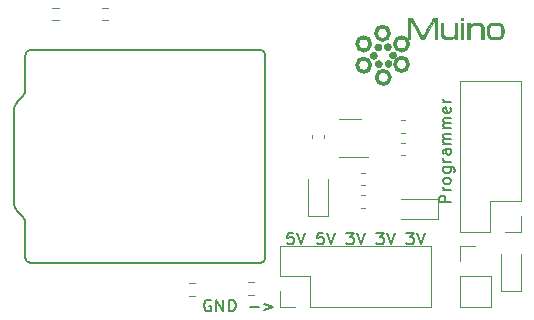
<source format=gbr>
%TF.GenerationSoftware,KiCad,Pcbnew,(5.1.10)-1*%
%TF.CreationDate,2021-11-13T20:10:17+01:00*%
%TF.ProjectId,Muino_debugger,4d75696e-6f5f-4646-9562-75676765722e,rev?*%
%TF.SameCoordinates,Original*%
%TF.FileFunction,Legend,Top*%
%TF.FilePolarity,Positive*%
%FSLAX46Y46*%
G04 Gerber Fmt 4.6, Leading zero omitted, Abs format (unit mm)*
G04 Created by KiCad (PCBNEW (5.1.10)-1) date 2021-11-13 20:10:17*
%MOMM*%
%LPD*%
G01*
G04 APERTURE LIST*
%ADD10C,0.300000*%
%ADD11C,0.150000*%
%ADD12C,0.120000*%
%ADD13C,0.010000*%
%ADD14C,0.200000*%
G04 APERTURE END LIST*
D10*
X120031370Y-65400000D02*
G75*
G03*
X120031370Y-65400000I-565685J0D01*
G01*
X120031370Y-67134315D02*
G75*
G03*
X120031370Y-67134315I-565685J0D01*
G01*
X118485685Y-68234315D02*
G75*
G03*
X118485685Y-68234315I-565685J0D01*
G01*
X116831370Y-67200000D02*
G75*
G03*
X116831370Y-67200000I-565685J0D01*
G01*
X116831370Y-65400000D02*
G75*
G03*
X116831370Y-65400000I-565685J0D01*
G01*
X118425685Y-64494315D02*
G75*
G03*
X118425685Y-64494315I-565685J0D01*
G01*
D11*
X123642380Y-78804642D02*
X122642380Y-78804642D01*
X122642380Y-78423690D01*
X122690000Y-78328452D01*
X122737619Y-78280833D01*
X122832857Y-78233214D01*
X122975714Y-78233214D01*
X123070952Y-78280833D01*
X123118571Y-78328452D01*
X123166190Y-78423690D01*
X123166190Y-78804642D01*
X123642380Y-77804642D02*
X122975714Y-77804642D01*
X123166190Y-77804642D02*
X123070952Y-77757023D01*
X123023333Y-77709404D01*
X122975714Y-77614166D01*
X122975714Y-77518928D01*
X123642380Y-77042738D02*
X123594761Y-77137976D01*
X123547142Y-77185595D01*
X123451904Y-77233214D01*
X123166190Y-77233214D01*
X123070952Y-77185595D01*
X123023333Y-77137976D01*
X122975714Y-77042738D01*
X122975714Y-76899880D01*
X123023333Y-76804642D01*
X123070952Y-76757023D01*
X123166190Y-76709404D01*
X123451904Y-76709404D01*
X123547142Y-76757023D01*
X123594761Y-76804642D01*
X123642380Y-76899880D01*
X123642380Y-77042738D01*
X122975714Y-75852261D02*
X123785238Y-75852261D01*
X123880476Y-75899880D01*
X123928095Y-75947500D01*
X123975714Y-76042738D01*
X123975714Y-76185595D01*
X123928095Y-76280833D01*
X123594761Y-75852261D02*
X123642380Y-75947500D01*
X123642380Y-76137976D01*
X123594761Y-76233214D01*
X123547142Y-76280833D01*
X123451904Y-76328452D01*
X123166190Y-76328452D01*
X123070952Y-76280833D01*
X123023333Y-76233214D01*
X122975714Y-76137976D01*
X122975714Y-75947500D01*
X123023333Y-75852261D01*
X123642380Y-75376071D02*
X122975714Y-75376071D01*
X123166190Y-75376071D02*
X123070952Y-75328452D01*
X123023333Y-75280833D01*
X122975714Y-75185595D01*
X122975714Y-75090357D01*
X123642380Y-74328452D02*
X123118571Y-74328452D01*
X123023333Y-74376071D01*
X122975714Y-74471309D01*
X122975714Y-74661785D01*
X123023333Y-74757023D01*
X123594761Y-74328452D02*
X123642380Y-74423690D01*
X123642380Y-74661785D01*
X123594761Y-74757023D01*
X123499523Y-74804642D01*
X123404285Y-74804642D01*
X123309047Y-74757023D01*
X123261428Y-74661785D01*
X123261428Y-74423690D01*
X123213809Y-74328452D01*
X123642380Y-73852261D02*
X122975714Y-73852261D01*
X123070952Y-73852261D02*
X123023333Y-73804642D01*
X122975714Y-73709404D01*
X122975714Y-73566547D01*
X123023333Y-73471309D01*
X123118571Y-73423690D01*
X123642380Y-73423690D01*
X123118571Y-73423690D02*
X123023333Y-73376071D01*
X122975714Y-73280833D01*
X122975714Y-73137976D01*
X123023333Y-73042738D01*
X123118571Y-72995119D01*
X123642380Y-72995119D01*
X123642380Y-72518928D02*
X122975714Y-72518928D01*
X123070952Y-72518928D02*
X123023333Y-72471309D01*
X122975714Y-72376071D01*
X122975714Y-72233214D01*
X123023333Y-72137976D01*
X123118571Y-72090357D01*
X123642380Y-72090357D01*
X123118571Y-72090357D02*
X123023333Y-72042738D01*
X122975714Y-71947500D01*
X122975714Y-71804642D01*
X123023333Y-71709404D01*
X123118571Y-71661785D01*
X123642380Y-71661785D01*
X123594761Y-70804642D02*
X123642380Y-70899880D01*
X123642380Y-71090357D01*
X123594761Y-71185595D01*
X123499523Y-71233214D01*
X123118571Y-71233214D01*
X123023333Y-71185595D01*
X122975714Y-71090357D01*
X122975714Y-70899880D01*
X123023333Y-70804642D01*
X123118571Y-70757023D01*
X123213809Y-70757023D01*
X123309047Y-71233214D01*
X123642380Y-70328452D02*
X122975714Y-70328452D01*
X123166190Y-70328452D02*
X123070952Y-70280833D01*
X123023333Y-70233214D01*
X122975714Y-70137976D01*
X122975714Y-70042738D01*
X103319047Y-87100000D02*
X103223809Y-87052380D01*
X103080952Y-87052380D01*
X102938095Y-87100000D01*
X102842857Y-87195238D01*
X102795238Y-87290476D01*
X102747619Y-87480952D01*
X102747619Y-87623809D01*
X102795238Y-87814285D01*
X102842857Y-87909523D01*
X102938095Y-88004761D01*
X103080952Y-88052380D01*
X103176190Y-88052380D01*
X103319047Y-88004761D01*
X103366666Y-87957142D01*
X103366666Y-87623809D01*
X103176190Y-87623809D01*
X103795238Y-88052380D02*
X103795238Y-87052380D01*
X104366666Y-88052380D01*
X104366666Y-87052380D01*
X104842857Y-88052380D02*
X104842857Y-87052380D01*
X105080952Y-87052380D01*
X105223809Y-87100000D01*
X105319047Y-87195238D01*
X105366666Y-87290476D01*
X105414285Y-87480952D01*
X105414285Y-87623809D01*
X105366666Y-87814285D01*
X105319047Y-87909523D01*
X105223809Y-88004761D01*
X105080952Y-88052380D01*
X104842857Y-88052380D01*
X106604761Y-87671428D02*
X107366666Y-87671428D01*
X107842857Y-87385714D02*
X108604761Y-87671428D01*
X107842857Y-87957142D01*
X119888095Y-81367380D02*
X120507142Y-81367380D01*
X120173809Y-81748333D01*
X120316666Y-81748333D01*
X120411904Y-81795952D01*
X120459523Y-81843571D01*
X120507142Y-81938809D01*
X120507142Y-82176904D01*
X120459523Y-82272142D01*
X120411904Y-82319761D01*
X120316666Y-82367380D01*
X120030952Y-82367380D01*
X119935714Y-82319761D01*
X119888095Y-82272142D01*
X120792857Y-81367380D02*
X121126190Y-82367380D01*
X121459523Y-81367380D01*
X117348095Y-81367380D02*
X117967142Y-81367380D01*
X117633809Y-81748333D01*
X117776666Y-81748333D01*
X117871904Y-81795952D01*
X117919523Y-81843571D01*
X117967142Y-81938809D01*
X117967142Y-82176904D01*
X117919523Y-82272142D01*
X117871904Y-82319761D01*
X117776666Y-82367380D01*
X117490952Y-82367380D01*
X117395714Y-82319761D01*
X117348095Y-82272142D01*
X118252857Y-81367380D02*
X118586190Y-82367380D01*
X118919523Y-81367380D01*
X114808095Y-81367380D02*
X115427142Y-81367380D01*
X115093809Y-81748333D01*
X115236666Y-81748333D01*
X115331904Y-81795952D01*
X115379523Y-81843571D01*
X115427142Y-81938809D01*
X115427142Y-82176904D01*
X115379523Y-82272142D01*
X115331904Y-82319761D01*
X115236666Y-82367380D01*
X114950952Y-82367380D01*
X114855714Y-82319761D01*
X114808095Y-82272142D01*
X115712857Y-81367380D02*
X116046190Y-82367380D01*
X116379523Y-81367380D01*
X112839523Y-81367380D02*
X112363333Y-81367380D01*
X112315714Y-81843571D01*
X112363333Y-81795952D01*
X112458571Y-81748333D01*
X112696666Y-81748333D01*
X112791904Y-81795952D01*
X112839523Y-81843571D01*
X112887142Y-81938809D01*
X112887142Y-82176904D01*
X112839523Y-82272142D01*
X112791904Y-82319761D01*
X112696666Y-82367380D01*
X112458571Y-82367380D01*
X112363333Y-82319761D01*
X112315714Y-82272142D01*
X113172857Y-81367380D02*
X113506190Y-82367380D01*
X113839523Y-81367380D01*
X110299523Y-81367380D02*
X109823333Y-81367380D01*
X109775714Y-81843571D01*
X109823333Y-81795952D01*
X109918571Y-81748333D01*
X110156666Y-81748333D01*
X110251904Y-81795952D01*
X110299523Y-81843571D01*
X110347142Y-81938809D01*
X110347142Y-82176904D01*
X110299523Y-82272142D01*
X110251904Y-82319761D01*
X110156666Y-82367380D01*
X109918571Y-82367380D01*
X109823333Y-82319761D01*
X109775714Y-82272142D01*
X110632857Y-81367380D02*
X110966190Y-82367380D01*
X111299523Y-81367380D01*
D12*
%TO.C,J3*%
X124400000Y-87690000D02*
X127060000Y-87690000D01*
X124400000Y-85090000D02*
X124400000Y-87690000D01*
X127060000Y-85090000D02*
X127060000Y-87690000D01*
X124400000Y-85090000D02*
X127060000Y-85090000D01*
X124400000Y-83820000D02*
X124400000Y-82490000D01*
X124400000Y-82490000D02*
X125730000Y-82490000D01*
D13*
%TO.C,G1*%
G36*
X117575686Y-66801964D02*
G01*
X117635295Y-66823167D01*
X117686553Y-66855953D01*
X117728568Y-66898310D01*
X117760446Y-66948225D01*
X117781295Y-67003685D01*
X117790222Y-67062678D01*
X117786332Y-67123190D01*
X117768734Y-67183209D01*
X117736534Y-67240722D01*
X117717379Y-67264864D01*
X117671257Y-67305746D01*
X117615924Y-67335794D01*
X117555322Y-67353866D01*
X117493390Y-67358820D01*
X117434068Y-67349515D01*
X117429817Y-67348205D01*
X117365884Y-67319499D01*
X117311258Y-67278054D01*
X117268268Y-67225803D01*
X117255614Y-67203800D01*
X117232300Y-67141690D01*
X117224463Y-67079004D01*
X117230849Y-67017769D01*
X117250204Y-66960018D01*
X117281273Y-66907779D01*
X117322802Y-66863081D01*
X117373537Y-66827956D01*
X117432224Y-66804432D01*
X117497609Y-66794540D01*
X117508620Y-66794358D01*
X117575686Y-66801964D01*
G37*
X117575686Y-66801964D02*
X117635295Y-66823167D01*
X117686553Y-66855953D01*
X117728568Y-66898310D01*
X117760446Y-66948225D01*
X117781295Y-67003685D01*
X117790222Y-67062678D01*
X117786332Y-67123190D01*
X117768734Y-67183209D01*
X117736534Y-67240722D01*
X117717379Y-67264864D01*
X117671257Y-67305746D01*
X117615924Y-67335794D01*
X117555322Y-67353866D01*
X117493390Y-67358820D01*
X117434068Y-67349515D01*
X117429817Y-67348205D01*
X117365884Y-67319499D01*
X117311258Y-67278054D01*
X117268268Y-67225803D01*
X117255614Y-67203800D01*
X117232300Y-67141690D01*
X117224463Y-67079004D01*
X117230849Y-67017769D01*
X117250204Y-66960018D01*
X117281273Y-66907779D01*
X117322802Y-66863081D01*
X117373537Y-66827956D01*
X117432224Y-66804432D01*
X117497609Y-66794540D01*
X117508620Y-66794358D01*
X117575686Y-66801964D01*
G36*
X118424319Y-66776341D02*
G01*
X118484458Y-66803421D01*
X118535421Y-66842537D01*
X118575496Y-66892000D01*
X118602975Y-66950122D01*
X118616145Y-67015216D01*
X118616443Y-67019305D01*
X118613281Y-67089768D01*
X118595020Y-67154183D01*
X118562849Y-67210886D01*
X118517957Y-67258212D01*
X118461534Y-67294494D01*
X118404858Y-67315551D01*
X118363510Y-67324401D01*
X118327438Y-67326057D01*
X118288633Y-67320435D01*
X118262734Y-67314080D01*
X118199734Y-67289115D01*
X118146328Y-67251780D01*
X118103760Y-67204272D01*
X118073275Y-67148792D01*
X118056118Y-67087536D01*
X118053534Y-67022705D01*
X118064481Y-66963837D01*
X118091599Y-66899962D01*
X118130901Y-66846712D01*
X118180573Y-66805332D01*
X118238804Y-66777068D01*
X118303780Y-66763165D01*
X118356714Y-66762983D01*
X118424319Y-66776341D01*
G37*
X118424319Y-66776341D02*
X118484458Y-66803421D01*
X118535421Y-66842537D01*
X118575496Y-66892000D01*
X118602975Y-66950122D01*
X118616145Y-67015216D01*
X118616443Y-67019305D01*
X118613281Y-67089768D01*
X118595020Y-67154183D01*
X118562849Y-67210886D01*
X118517957Y-67258212D01*
X118461534Y-67294494D01*
X118404858Y-67315551D01*
X118363510Y-67324401D01*
X118327438Y-67326057D01*
X118288633Y-67320435D01*
X118262734Y-67314080D01*
X118199734Y-67289115D01*
X118146328Y-67251780D01*
X118103760Y-67204272D01*
X118073275Y-67148792D01*
X118056118Y-67087536D01*
X118053534Y-67022705D01*
X118064481Y-66963837D01*
X118091599Y-66899962D01*
X118130901Y-66846712D01*
X118180573Y-66805332D01*
X118238804Y-66777068D01*
X118303780Y-66763165D01*
X118356714Y-66762983D01*
X118424319Y-66776341D01*
G36*
X117108737Y-66096306D02*
G01*
X117137272Y-66098653D01*
X117160187Y-66103900D01*
X117183133Y-66113137D01*
X117198950Y-66120889D01*
X117254003Y-66157867D01*
X117300935Y-66207803D01*
X117332613Y-66259034D01*
X117342753Y-66282749D01*
X117348750Y-66306966D01*
X117351546Y-66337304D01*
X117352104Y-66375166D01*
X117351264Y-66414829D01*
X117348322Y-66443352D01*
X117342182Y-66466496D01*
X117331746Y-66490024D01*
X117329330Y-66494738D01*
X117290848Y-66552058D01*
X117242079Y-66597853D01*
X117185384Y-66630929D01*
X117123124Y-66650095D01*
X117057659Y-66654158D01*
X117022367Y-66649761D01*
X116956438Y-66629547D01*
X116900366Y-66595819D01*
X116853580Y-66548131D01*
X116817221Y-66489506D01*
X116798376Y-66434395D01*
X116792195Y-66373468D01*
X116798705Y-66312184D01*
X116816078Y-66259850D01*
X116853933Y-66197447D01*
X116903018Y-66147677D01*
X116943597Y-66120642D01*
X116966618Y-66108756D01*
X116986902Y-66101388D01*
X117009788Y-66097478D01*
X117040614Y-66095965D01*
X117068933Y-66095766D01*
X117108737Y-66096306D01*
G37*
X117108737Y-66096306D02*
X117137272Y-66098653D01*
X117160187Y-66103900D01*
X117183133Y-66113137D01*
X117198950Y-66120889D01*
X117254003Y-66157867D01*
X117300935Y-66207803D01*
X117332613Y-66259034D01*
X117342753Y-66282749D01*
X117348750Y-66306966D01*
X117351546Y-66337304D01*
X117352104Y-66375166D01*
X117351264Y-66414829D01*
X117348322Y-66443352D01*
X117342182Y-66466496D01*
X117331746Y-66490024D01*
X117329330Y-66494738D01*
X117290848Y-66552058D01*
X117242079Y-66597853D01*
X117185384Y-66630929D01*
X117123124Y-66650095D01*
X117057659Y-66654158D01*
X117022367Y-66649761D01*
X116956438Y-66629547D01*
X116900366Y-66595819D01*
X116853580Y-66548131D01*
X116817221Y-66489506D01*
X116798376Y-66434395D01*
X116792195Y-66373468D01*
X116798705Y-66312184D01*
X116816078Y-66259850D01*
X116853933Y-66197447D01*
X116903018Y-66147677D01*
X116943597Y-66120642D01*
X116966618Y-66108756D01*
X116986902Y-66101388D01*
X117009788Y-66097478D01*
X117040614Y-66095965D01*
X117068933Y-66095766D01*
X117108737Y-66096306D01*
G36*
X118791765Y-66063394D02*
G01*
X118847517Y-66087306D01*
X118896900Y-66122630D01*
X118938102Y-66167535D01*
X118969314Y-66220189D01*
X118988723Y-66278761D01*
X118994518Y-66341419D01*
X118990277Y-66382651D01*
X118976140Y-66437413D01*
X118953806Y-66482730D01*
X118919792Y-66525422D01*
X118914601Y-66530856D01*
X118864251Y-66571315D01*
X118805786Y-66599194D01*
X118742698Y-66613753D01*
X118678479Y-66614254D01*
X118616621Y-66599956D01*
X118606755Y-66596069D01*
X118554648Y-66569375D01*
X118513721Y-66536291D01*
X118480007Y-66492986D01*
X118457009Y-66451366D01*
X118442529Y-66418192D01*
X118434910Y-66388500D01*
X118432214Y-66353595D01*
X118432074Y-66339500D01*
X118439535Y-66267946D01*
X118461398Y-66204803D01*
X118496857Y-66151032D01*
X118545107Y-66107597D01*
X118605343Y-66075460D01*
X118668401Y-66057135D01*
X118731456Y-66052726D01*
X118791765Y-66063394D01*
G37*
X118791765Y-66063394D02*
X118847517Y-66087306D01*
X118896900Y-66122630D01*
X118938102Y-66167535D01*
X118969314Y-66220189D01*
X118988723Y-66278761D01*
X118994518Y-66341419D01*
X118990277Y-66382651D01*
X118976140Y-66437413D01*
X118953806Y-66482730D01*
X118919792Y-66525422D01*
X118914601Y-66530856D01*
X118864251Y-66571315D01*
X118805786Y-66599194D01*
X118742698Y-66613753D01*
X118678479Y-66614254D01*
X118616621Y-66599956D01*
X118606755Y-66596069D01*
X118554648Y-66569375D01*
X118513721Y-66536291D01*
X118480007Y-66492986D01*
X118457009Y-66451366D01*
X118442529Y-66418192D01*
X118434910Y-66388500D01*
X118432214Y-66353595D01*
X118432074Y-66339500D01*
X118439535Y-66267946D01*
X118461398Y-66204803D01*
X118496857Y-66151032D01*
X118545107Y-66107597D01*
X118605343Y-66075460D01*
X118668401Y-66057135D01*
X118731456Y-66052726D01*
X118791765Y-66063394D01*
G36*
X117481605Y-65385425D02*
G01*
X117544651Y-65400702D01*
X117603748Y-65430243D01*
X117656321Y-65473692D01*
X117661848Y-65479582D01*
X117700425Y-65532195D01*
X117723696Y-65589857D01*
X117732611Y-65655095D01*
X117732762Y-65668200D01*
X117724317Y-65730405D01*
X117701156Y-65790272D01*
X117665468Y-65844488D01*
X117619441Y-65889741D01*
X117565265Y-65922719D01*
X117564234Y-65923178D01*
X117520841Y-65936650D01*
X117470056Y-65943787D01*
X117418966Y-65944147D01*
X117374658Y-65937287D01*
X117368359Y-65935388D01*
X117332510Y-65922026D01*
X117304025Y-65906741D01*
X117276140Y-65885380D01*
X117253999Y-65865202D01*
X117211952Y-65814586D01*
X117184071Y-65757608D01*
X117170119Y-65696812D01*
X117169860Y-65634743D01*
X117183057Y-65573943D01*
X117209475Y-65516957D01*
X117248877Y-65466329D01*
X117294565Y-65428750D01*
X117353985Y-65399092D01*
X117417191Y-65384770D01*
X117481605Y-65385425D01*
G37*
X117481605Y-65385425D02*
X117544651Y-65400702D01*
X117603748Y-65430243D01*
X117656321Y-65473692D01*
X117661848Y-65479582D01*
X117700425Y-65532195D01*
X117723696Y-65589857D01*
X117732611Y-65655095D01*
X117732762Y-65668200D01*
X117724317Y-65730405D01*
X117701156Y-65790272D01*
X117665468Y-65844488D01*
X117619441Y-65889741D01*
X117565265Y-65922719D01*
X117564234Y-65923178D01*
X117520841Y-65936650D01*
X117470056Y-65943787D01*
X117418966Y-65944147D01*
X117374658Y-65937287D01*
X117368359Y-65935388D01*
X117332510Y-65922026D01*
X117304025Y-65906741D01*
X117276140Y-65885380D01*
X117253999Y-65865202D01*
X117211952Y-65814586D01*
X117184071Y-65757608D01*
X117170119Y-65696812D01*
X117169860Y-65634743D01*
X117183057Y-65573943D01*
X117209475Y-65516957D01*
X117248877Y-65466329D01*
X117294565Y-65428750D01*
X117353985Y-65399092D01*
X117417191Y-65384770D01*
X117481605Y-65385425D01*
G36*
X118321347Y-65351413D02*
G01*
X118384474Y-65368569D01*
X118440571Y-65399004D01*
X118487849Y-65441071D01*
X118524520Y-65493122D01*
X118548796Y-65553512D01*
X118558887Y-65620592D01*
X118559067Y-65631073D01*
X118551041Y-65697843D01*
X118528092Y-65759527D01*
X118491909Y-65813834D01*
X118444183Y-65858475D01*
X118386605Y-65891161D01*
X118359979Y-65900745D01*
X118303446Y-65911361D01*
X118245068Y-65911027D01*
X118199234Y-65901889D01*
X118134402Y-65873493D01*
X118080819Y-65832605D01*
X118037767Y-65778603D01*
X118019938Y-65746434D01*
X118007043Y-65717141D01*
X117999768Y-65690544D01*
X117996644Y-65659464D01*
X117996142Y-65630100D01*
X117997022Y-65592830D01*
X118000745Y-65565130D01*
X118008997Y-65539673D01*
X118023463Y-65509136D01*
X118024385Y-65507333D01*
X118063589Y-65447309D01*
X118112312Y-65400880D01*
X118169682Y-65368649D01*
X118234827Y-65351219D01*
X118252978Y-65349183D01*
X118321347Y-65351413D01*
G37*
X118321347Y-65351413D02*
X118384474Y-65368569D01*
X118440571Y-65399004D01*
X118487849Y-65441071D01*
X118524520Y-65493122D01*
X118548796Y-65553512D01*
X118558887Y-65620592D01*
X118559067Y-65631073D01*
X118551041Y-65697843D01*
X118528092Y-65759527D01*
X118491909Y-65813834D01*
X118444183Y-65858475D01*
X118386605Y-65891161D01*
X118359979Y-65900745D01*
X118303446Y-65911361D01*
X118245068Y-65911027D01*
X118199234Y-65901889D01*
X118134402Y-65873493D01*
X118080819Y-65832605D01*
X118037767Y-65778603D01*
X118019938Y-65746434D01*
X118007043Y-65717141D01*
X117999768Y-65690544D01*
X117996644Y-65659464D01*
X117996142Y-65630100D01*
X117997022Y-65592830D01*
X118000745Y-65565130D01*
X118008997Y-65539673D01*
X118023463Y-65509136D01*
X118024385Y-65507333D01*
X118063589Y-65447309D01*
X118112312Y-65400880D01*
X118169682Y-65368649D01*
X118234827Y-65351219D01*
X118252978Y-65349183D01*
X118321347Y-65351413D01*
G36*
X123006252Y-64103983D02*
G01*
X123007010Y-64208294D01*
X123007815Y-64297034D01*
X123008712Y-64371566D01*
X123009743Y-64433254D01*
X123010952Y-64483460D01*
X123012381Y-64523546D01*
X123014073Y-64554876D01*
X123016071Y-64578812D01*
X123018418Y-64596718D01*
X123021158Y-64609955D01*
X123022327Y-64614099D01*
X123046261Y-64675343D01*
X123077740Y-64724353D01*
X123118664Y-64762691D01*
X123170931Y-64791916D01*
X123236443Y-64813589D01*
X123275801Y-64822282D01*
X123309586Y-64826676D01*
X123356051Y-64829829D01*
X123410989Y-64831739D01*
X123470193Y-64832400D01*
X123529455Y-64831808D01*
X123584567Y-64829960D01*
X123631322Y-64826851D01*
X123664467Y-64822670D01*
X123750257Y-64801569D01*
X123823764Y-64772076D01*
X123883996Y-64734724D01*
X123929961Y-64690045D01*
X123941905Y-64673672D01*
X123952822Y-64656459D01*
X123962125Y-64639380D01*
X123969940Y-64620980D01*
X123976398Y-64599802D01*
X123981627Y-64574390D01*
X123985756Y-64543288D01*
X123988913Y-64505039D01*
X123991227Y-64458187D01*
X123992827Y-64401275D01*
X123993842Y-64332848D01*
X123994401Y-64251448D01*
X123994631Y-64155620D01*
X123994667Y-64076911D01*
X123994667Y-63636200D01*
X124189400Y-63636200D01*
X124189400Y-64982400D01*
X123994667Y-64982400D01*
X123994667Y-64760337D01*
X123961296Y-64810310D01*
X123922944Y-64857863D01*
X123875825Y-64897456D01*
X123817613Y-64930571D01*
X123745985Y-64958693D01*
X123712715Y-64968975D01*
X123627119Y-64988395D01*
X123530029Y-65001002D01*
X123425563Y-65006539D01*
X123317840Y-65004749D01*
X123238486Y-64998560D01*
X123142722Y-64983089D01*
X123060618Y-64958158D01*
X122991557Y-64923413D01*
X122934925Y-64878500D01*
X122890105Y-64823067D01*
X122869807Y-64787033D01*
X122858885Y-64764412D01*
X122849515Y-64743389D01*
X122841570Y-64722499D01*
X122834920Y-64700278D01*
X122829437Y-64675260D01*
X122824991Y-64645980D01*
X122821453Y-64610973D01*
X122818696Y-64568775D01*
X122816589Y-64517920D01*
X122815004Y-64456943D01*
X122813812Y-64384379D01*
X122812885Y-64298763D01*
X122812094Y-64198630D01*
X122811591Y-64125149D01*
X122808334Y-63636200D01*
X123003147Y-63636200D01*
X123006252Y-64103983D01*
G37*
X123006252Y-64103983D02*
X123007010Y-64208294D01*
X123007815Y-64297034D01*
X123008712Y-64371566D01*
X123009743Y-64433254D01*
X123010952Y-64483460D01*
X123012381Y-64523546D01*
X123014073Y-64554876D01*
X123016071Y-64578812D01*
X123018418Y-64596718D01*
X123021158Y-64609955D01*
X123022327Y-64614099D01*
X123046261Y-64675343D01*
X123077740Y-64724353D01*
X123118664Y-64762691D01*
X123170931Y-64791916D01*
X123236443Y-64813589D01*
X123275801Y-64822282D01*
X123309586Y-64826676D01*
X123356051Y-64829829D01*
X123410989Y-64831739D01*
X123470193Y-64832400D01*
X123529455Y-64831808D01*
X123584567Y-64829960D01*
X123631322Y-64826851D01*
X123664467Y-64822670D01*
X123750257Y-64801569D01*
X123823764Y-64772076D01*
X123883996Y-64734724D01*
X123929961Y-64690045D01*
X123941905Y-64673672D01*
X123952822Y-64656459D01*
X123962125Y-64639380D01*
X123969940Y-64620980D01*
X123976398Y-64599802D01*
X123981627Y-64574390D01*
X123985756Y-64543288D01*
X123988913Y-64505039D01*
X123991227Y-64458187D01*
X123992827Y-64401275D01*
X123993842Y-64332848D01*
X123994401Y-64251448D01*
X123994631Y-64155620D01*
X123994667Y-64076911D01*
X123994667Y-63636200D01*
X124189400Y-63636200D01*
X124189400Y-64982400D01*
X123994667Y-64982400D01*
X123994667Y-64760337D01*
X123961296Y-64810310D01*
X123922944Y-64857863D01*
X123875825Y-64897456D01*
X123817613Y-64930571D01*
X123745985Y-64958693D01*
X123712715Y-64968975D01*
X123627119Y-64988395D01*
X123530029Y-65001002D01*
X123425563Y-65006539D01*
X123317840Y-65004749D01*
X123238486Y-64998560D01*
X123142722Y-64983089D01*
X123060618Y-64958158D01*
X122991557Y-64923413D01*
X122934925Y-64878500D01*
X122890105Y-64823067D01*
X122869807Y-64787033D01*
X122858885Y-64764412D01*
X122849515Y-64743389D01*
X122841570Y-64722499D01*
X122834920Y-64700278D01*
X122829437Y-64675260D01*
X122824991Y-64645980D01*
X122821453Y-64610973D01*
X122818696Y-64568775D01*
X122816589Y-64517920D01*
X122815004Y-64456943D01*
X122813812Y-64384379D01*
X122812885Y-64298763D01*
X122812094Y-64198630D01*
X122811591Y-64125149D01*
X122808334Y-63636200D01*
X123003147Y-63636200D01*
X123006252Y-64103983D01*
G36*
X127441549Y-63596825D02*
G01*
X127539037Y-63602392D01*
X127631840Y-63612850D01*
X127715562Y-63627868D01*
X127764862Y-63640457D01*
X127808548Y-63656440D01*
X127857008Y-63678982D01*
X127903284Y-63704540D01*
X127940420Y-63729568D01*
X127941708Y-63730580D01*
X127971516Y-63760040D01*
X128002571Y-63800574D01*
X128031395Y-63846995D01*
X128054504Y-63894119D01*
X128058882Y-63905139D01*
X128081420Y-63979233D01*
X128098114Y-64064021D01*
X128109040Y-64156427D01*
X128114273Y-64253381D01*
X128113888Y-64351807D01*
X128107960Y-64448634D01*
X128096564Y-64540789D01*
X128079776Y-64625198D01*
X128057671Y-64698788D01*
X128038365Y-64743626D01*
X127996391Y-64808268D01*
X127940609Y-64865472D01*
X127873077Y-64913714D01*
X127795855Y-64951471D01*
X127728169Y-64973182D01*
X127660637Y-64986694D01*
X127580851Y-64996913D01*
X127493208Y-65003633D01*
X127402105Y-65006648D01*
X127311939Y-65005752D01*
X127227105Y-65000739D01*
X127199300Y-64997953D01*
X127115023Y-64985081D01*
X127035834Y-64966476D01*
X126966332Y-64943327D01*
X126935177Y-64929710D01*
X126885566Y-64899756D01*
X126836301Y-64859644D01*
X126792318Y-64814034D01*
X126758555Y-64767585D01*
X126753058Y-64757847D01*
X126721077Y-64682984D01*
X126696925Y-64593680D01*
X126680697Y-64490555D01*
X126672489Y-64374234D01*
X126672479Y-64360234D01*
X126865832Y-64360234D01*
X126867220Y-64423324D01*
X126870080Y-64479765D01*
X126874469Y-64526191D01*
X126876822Y-64542133D01*
X126893321Y-64615106D01*
X126916546Y-64675251D01*
X126947966Y-64723785D01*
X126989050Y-64761930D01*
X127041268Y-64790905D01*
X127106088Y-64811929D01*
X127184981Y-64826222D01*
X127224419Y-64830681D01*
X127263360Y-64833088D01*
X127314156Y-64834254D01*
X127372675Y-64834277D01*
X127434786Y-64833256D01*
X127496357Y-64831290D01*
X127553257Y-64828478D01*
X127601353Y-64824918D01*
X127635561Y-64820864D01*
X127710037Y-64802274D01*
X127772071Y-64772293D01*
X127821975Y-64730669D01*
X127860060Y-64677148D01*
X127884153Y-64619669D01*
X127900647Y-64552631D01*
X127912483Y-64473528D01*
X127919626Y-64386584D01*
X127922040Y-64296025D01*
X127919689Y-64206077D01*
X127912538Y-64120964D01*
X127900550Y-64044912D01*
X127889407Y-63999813D01*
X127866685Y-63939889D01*
X127836674Y-63891515D01*
X127797702Y-63853511D01*
X127748098Y-63824695D01*
X127686191Y-63803886D01*
X127610310Y-63789902D01*
X127588767Y-63787313D01*
X127547149Y-63784121D01*
X127495030Y-63782215D01*
X127435736Y-63781512D01*
X127372591Y-63781931D01*
X127308918Y-63783388D01*
X127248041Y-63785800D01*
X127193286Y-63789085D01*
X127147976Y-63793161D01*
X127115436Y-63797943D01*
X127109699Y-63799236D01*
X127046698Y-63819362D01*
X126996247Y-63846026D01*
X126956197Y-63881442D01*
X126924400Y-63927823D01*
X126898707Y-63987383D01*
X126885310Y-64030429D01*
X126879033Y-64062774D01*
X126873894Y-64108653D01*
X126869948Y-64164703D01*
X126867252Y-64227559D01*
X126865862Y-64293857D01*
X126865832Y-64360234D01*
X126672479Y-64360234D01*
X126672395Y-64245337D01*
X126672770Y-64233652D01*
X126680586Y-64115813D01*
X126695896Y-64012643D01*
X126719512Y-63923254D01*
X126752247Y-63846756D01*
X126794915Y-63782259D01*
X126848327Y-63728874D01*
X126913295Y-63685711D01*
X126990634Y-63651881D01*
X127081155Y-63626494D01*
X127185671Y-63608660D01*
X127250100Y-63601688D01*
X127343771Y-63596480D01*
X127441549Y-63596825D01*
G37*
X127441549Y-63596825D02*
X127539037Y-63602392D01*
X127631840Y-63612850D01*
X127715562Y-63627868D01*
X127764862Y-63640457D01*
X127808548Y-63656440D01*
X127857008Y-63678982D01*
X127903284Y-63704540D01*
X127940420Y-63729568D01*
X127941708Y-63730580D01*
X127971516Y-63760040D01*
X128002571Y-63800574D01*
X128031395Y-63846995D01*
X128054504Y-63894119D01*
X128058882Y-63905139D01*
X128081420Y-63979233D01*
X128098114Y-64064021D01*
X128109040Y-64156427D01*
X128114273Y-64253381D01*
X128113888Y-64351807D01*
X128107960Y-64448634D01*
X128096564Y-64540789D01*
X128079776Y-64625198D01*
X128057671Y-64698788D01*
X128038365Y-64743626D01*
X127996391Y-64808268D01*
X127940609Y-64865472D01*
X127873077Y-64913714D01*
X127795855Y-64951471D01*
X127728169Y-64973182D01*
X127660637Y-64986694D01*
X127580851Y-64996913D01*
X127493208Y-65003633D01*
X127402105Y-65006648D01*
X127311939Y-65005752D01*
X127227105Y-65000739D01*
X127199300Y-64997953D01*
X127115023Y-64985081D01*
X127035834Y-64966476D01*
X126966332Y-64943327D01*
X126935177Y-64929710D01*
X126885566Y-64899756D01*
X126836301Y-64859644D01*
X126792318Y-64814034D01*
X126758555Y-64767585D01*
X126753058Y-64757847D01*
X126721077Y-64682984D01*
X126696925Y-64593680D01*
X126680697Y-64490555D01*
X126672489Y-64374234D01*
X126672479Y-64360234D01*
X126865832Y-64360234D01*
X126867220Y-64423324D01*
X126870080Y-64479765D01*
X126874469Y-64526191D01*
X126876822Y-64542133D01*
X126893321Y-64615106D01*
X126916546Y-64675251D01*
X126947966Y-64723785D01*
X126989050Y-64761930D01*
X127041268Y-64790905D01*
X127106088Y-64811929D01*
X127184981Y-64826222D01*
X127224419Y-64830681D01*
X127263360Y-64833088D01*
X127314156Y-64834254D01*
X127372675Y-64834277D01*
X127434786Y-64833256D01*
X127496357Y-64831290D01*
X127553257Y-64828478D01*
X127601353Y-64824918D01*
X127635561Y-64820864D01*
X127710037Y-64802274D01*
X127772071Y-64772293D01*
X127821975Y-64730669D01*
X127860060Y-64677148D01*
X127884153Y-64619669D01*
X127900647Y-64552631D01*
X127912483Y-64473528D01*
X127919626Y-64386584D01*
X127922040Y-64296025D01*
X127919689Y-64206077D01*
X127912538Y-64120964D01*
X127900550Y-64044912D01*
X127889407Y-63999813D01*
X127866685Y-63939889D01*
X127836674Y-63891515D01*
X127797702Y-63853511D01*
X127748098Y-63824695D01*
X127686191Y-63803886D01*
X127610310Y-63789902D01*
X127588767Y-63787313D01*
X127547149Y-63784121D01*
X127495030Y-63782215D01*
X127435736Y-63781512D01*
X127372591Y-63781931D01*
X127308918Y-63783388D01*
X127248041Y-63785800D01*
X127193286Y-63789085D01*
X127147976Y-63793161D01*
X127115436Y-63797943D01*
X127109699Y-63799236D01*
X127046698Y-63819362D01*
X126996247Y-63846026D01*
X126956197Y-63881442D01*
X126924400Y-63927823D01*
X126898707Y-63987383D01*
X126885310Y-64030429D01*
X126879033Y-64062774D01*
X126873894Y-64108653D01*
X126869948Y-64164703D01*
X126867252Y-64227559D01*
X126865862Y-64293857D01*
X126865832Y-64360234D01*
X126672479Y-64360234D01*
X126672395Y-64245337D01*
X126672770Y-64233652D01*
X126680586Y-64115813D01*
X126695896Y-64012643D01*
X126719512Y-63923254D01*
X126752247Y-63846756D01*
X126794915Y-63782259D01*
X126848327Y-63728874D01*
X126913295Y-63685711D01*
X126990634Y-63651881D01*
X127081155Y-63626494D01*
X127185671Y-63608660D01*
X127250100Y-63601688D01*
X127343771Y-63596480D01*
X127441549Y-63596825D01*
G36*
X120151899Y-63180933D02*
G01*
X120313865Y-63183233D01*
X120772083Y-63968110D01*
X120833921Y-64073951D01*
X120893404Y-64175601D01*
X120949974Y-64272113D01*
X121003070Y-64362542D01*
X121052134Y-64445940D01*
X121096608Y-64521362D01*
X121135933Y-64587860D01*
X121169549Y-64644489D01*
X121196898Y-64690303D01*
X121217421Y-64724354D01*
X121230560Y-64745696D01*
X121235754Y-64753384D01*
X121235784Y-64753394D01*
X121240716Y-64746295D01*
X121253608Y-64725525D01*
X121273894Y-64692040D01*
X121301007Y-64646798D01*
X121334381Y-64590757D01*
X121373447Y-64524874D01*
X121417641Y-64450106D01*
X121466393Y-64367412D01*
X121519138Y-64277747D01*
X121575309Y-64182071D01*
X121634339Y-64081340D01*
X121687962Y-63989683D01*
X121749328Y-63884753D01*
X121808506Y-63783642D01*
X121864911Y-63687349D01*
X121917958Y-63596869D01*
X121967060Y-63513200D01*
X122011631Y-63437339D01*
X122051085Y-63370281D01*
X122084836Y-63313025D01*
X122112298Y-63266567D01*
X122132885Y-63231904D01*
X122146012Y-63210032D01*
X122150838Y-63202283D01*
X122167020Y-63179000D01*
X122470667Y-63179000D01*
X122470667Y-64982400D01*
X122276019Y-64982400D01*
X122273859Y-64172693D01*
X122271700Y-63362987D01*
X121805290Y-64170577D01*
X121338879Y-64978166D01*
X121137167Y-64982676D01*
X120663034Y-64161099D01*
X120188900Y-63339521D01*
X120186742Y-64160960D01*
X120184583Y-64982400D01*
X119989934Y-64982400D01*
X119989934Y-63178634D01*
X120151899Y-63180933D01*
G37*
X120151899Y-63180933D02*
X120313865Y-63183233D01*
X120772083Y-63968110D01*
X120833921Y-64073951D01*
X120893404Y-64175601D01*
X120949974Y-64272113D01*
X121003070Y-64362542D01*
X121052134Y-64445940D01*
X121096608Y-64521362D01*
X121135933Y-64587860D01*
X121169549Y-64644489D01*
X121196898Y-64690303D01*
X121217421Y-64724354D01*
X121230560Y-64745696D01*
X121235754Y-64753384D01*
X121235784Y-64753394D01*
X121240716Y-64746295D01*
X121253608Y-64725525D01*
X121273894Y-64692040D01*
X121301007Y-64646798D01*
X121334381Y-64590757D01*
X121373447Y-64524874D01*
X121417641Y-64450106D01*
X121466393Y-64367412D01*
X121519138Y-64277747D01*
X121575309Y-64182071D01*
X121634339Y-64081340D01*
X121687962Y-63989683D01*
X121749328Y-63884753D01*
X121808506Y-63783642D01*
X121864911Y-63687349D01*
X121917958Y-63596869D01*
X121967060Y-63513200D01*
X122011631Y-63437339D01*
X122051085Y-63370281D01*
X122084836Y-63313025D01*
X122112298Y-63266567D01*
X122132885Y-63231904D01*
X122146012Y-63210032D01*
X122150838Y-63202283D01*
X122167020Y-63179000D01*
X122470667Y-63179000D01*
X122470667Y-64982400D01*
X122276019Y-64982400D01*
X122273859Y-64172693D01*
X122271700Y-63362987D01*
X121805290Y-64170577D01*
X121338879Y-64978166D01*
X121137167Y-64982676D01*
X120663034Y-64161099D01*
X120188900Y-63339521D01*
X120186742Y-64160960D01*
X120184583Y-64982400D01*
X119989934Y-64982400D01*
X119989934Y-63178634D01*
X120151899Y-63180933D01*
G36*
X124714333Y-64982400D02*
G01*
X124519600Y-64982400D01*
X124519600Y-63636200D01*
X124714333Y-63636200D01*
X124714333Y-64982400D01*
G37*
X124714333Y-64982400D02*
X124519600Y-64982400D01*
X124519600Y-63636200D01*
X124714333Y-63636200D01*
X124714333Y-64982400D01*
G36*
X125937944Y-63600394D02*
G01*
X125951309Y-63601470D01*
X126050369Y-63613680D01*
X126134800Y-63632437D01*
X126205911Y-63658577D01*
X126265014Y-63692934D01*
X126313419Y-63736340D01*
X126352436Y-63789630D01*
X126383377Y-63853639D01*
X126394038Y-63883191D01*
X126402168Y-63909941D01*
X126409123Y-63938382D01*
X126414988Y-63969995D01*
X126419850Y-64006259D01*
X126423794Y-64048652D01*
X126426909Y-64098655D01*
X126429280Y-64157746D01*
X126430993Y-64227405D01*
X126432136Y-64309112D01*
X126432793Y-64404346D01*
X126433054Y-64514586D01*
X126433067Y-64550932D01*
X126433067Y-64982400D01*
X126238334Y-64982400D01*
X126238334Y-64565194D01*
X126238148Y-64473877D01*
X126237614Y-64387519D01*
X126236764Y-64307906D01*
X126235629Y-64236826D01*
X126234243Y-64176063D01*
X126232638Y-64127404D01*
X126230846Y-64092635D01*
X126229490Y-64077460D01*
X126215377Y-64001593D01*
X126193064Y-63939636D01*
X126161242Y-63890031D01*
X126118602Y-63851219D01*
X126063833Y-63821642D01*
X125996218Y-63799888D01*
X125959301Y-63793520D01*
X125909468Y-63788853D01*
X125850650Y-63785890D01*
X125786779Y-63784635D01*
X125721787Y-63785091D01*
X125659606Y-63787261D01*
X125604168Y-63791149D01*
X125559404Y-63796759D01*
X125545356Y-63799488D01*
X125463348Y-63823829D01*
X125393920Y-63857052D01*
X125338184Y-63898586D01*
X125323608Y-63913334D01*
X125309087Y-63929241D01*
X125296685Y-63943685D01*
X125286228Y-63958086D01*
X125277543Y-63973864D01*
X125270453Y-63992438D01*
X125264785Y-64015228D01*
X125260363Y-64043655D01*
X125257015Y-64079139D01*
X125254564Y-64123098D01*
X125252837Y-64176954D01*
X125251658Y-64242126D01*
X125250854Y-64320034D01*
X125250249Y-64412098D01*
X125249698Y-64514616D01*
X125247186Y-64982400D01*
X125053000Y-64982400D01*
X125053000Y-63636200D01*
X125247733Y-63636200D01*
X125248088Y-63744150D01*
X125248311Y-63788305D01*
X125248884Y-63817590D01*
X125250182Y-63834069D01*
X125252578Y-63839806D01*
X125256447Y-63836864D01*
X125262160Y-63827307D01*
X125262905Y-63825963D01*
X125294213Y-63781367D01*
X125336586Y-63737521D01*
X125384662Y-63699279D01*
X125433078Y-63671495D01*
X125434000Y-63671085D01*
X125518804Y-63640442D01*
X125615251Y-63617560D01*
X125719691Y-63602930D01*
X125828472Y-63597044D01*
X125937944Y-63600394D01*
G37*
X125937944Y-63600394D02*
X125951309Y-63601470D01*
X126050369Y-63613680D01*
X126134800Y-63632437D01*
X126205911Y-63658577D01*
X126265014Y-63692934D01*
X126313419Y-63736340D01*
X126352436Y-63789630D01*
X126383377Y-63853639D01*
X126394038Y-63883191D01*
X126402168Y-63909941D01*
X126409123Y-63938382D01*
X126414988Y-63969995D01*
X126419850Y-64006259D01*
X126423794Y-64048652D01*
X126426909Y-64098655D01*
X126429280Y-64157746D01*
X126430993Y-64227405D01*
X126432136Y-64309112D01*
X126432793Y-64404346D01*
X126433054Y-64514586D01*
X126433067Y-64550932D01*
X126433067Y-64982400D01*
X126238334Y-64982400D01*
X126238334Y-64565194D01*
X126238148Y-64473877D01*
X126237614Y-64387519D01*
X126236764Y-64307906D01*
X126235629Y-64236826D01*
X126234243Y-64176063D01*
X126232638Y-64127404D01*
X126230846Y-64092635D01*
X126229490Y-64077460D01*
X126215377Y-64001593D01*
X126193064Y-63939636D01*
X126161242Y-63890031D01*
X126118602Y-63851219D01*
X126063833Y-63821642D01*
X125996218Y-63799888D01*
X125959301Y-63793520D01*
X125909468Y-63788853D01*
X125850650Y-63785890D01*
X125786779Y-63784635D01*
X125721787Y-63785091D01*
X125659606Y-63787261D01*
X125604168Y-63791149D01*
X125559404Y-63796759D01*
X125545356Y-63799488D01*
X125463348Y-63823829D01*
X125393920Y-63857052D01*
X125338184Y-63898586D01*
X125323608Y-63913334D01*
X125309087Y-63929241D01*
X125296685Y-63943685D01*
X125286228Y-63958086D01*
X125277543Y-63973864D01*
X125270453Y-63992438D01*
X125264785Y-64015228D01*
X125260363Y-64043655D01*
X125257015Y-64079139D01*
X125254564Y-64123098D01*
X125252837Y-64176954D01*
X125251658Y-64242126D01*
X125250854Y-64320034D01*
X125250249Y-64412098D01*
X125249698Y-64514616D01*
X125247186Y-64982400D01*
X125053000Y-64982400D01*
X125053000Y-63636200D01*
X125247733Y-63636200D01*
X125248088Y-63744150D01*
X125248311Y-63788305D01*
X125248884Y-63817590D01*
X125250182Y-63834069D01*
X125252578Y-63839806D01*
X125256447Y-63836864D01*
X125262160Y-63827307D01*
X125262905Y-63825963D01*
X125294213Y-63781367D01*
X125336586Y-63737521D01*
X125384662Y-63699279D01*
X125433078Y-63671495D01*
X125434000Y-63671085D01*
X125518804Y-63640442D01*
X125615251Y-63617560D01*
X125719691Y-63602930D01*
X125828472Y-63597044D01*
X125937944Y-63600394D01*
G36*
X124714333Y-63407600D02*
G01*
X124519109Y-63407600D01*
X124521471Y-63295416D01*
X124523833Y-63183233D01*
X124714333Y-63178445D01*
X124714333Y-63407600D01*
G37*
X124714333Y-63407600D02*
X124519109Y-63407600D01*
X124521471Y-63295416D01*
X124523833Y-63183233D01*
X124714333Y-63178445D01*
X124714333Y-63407600D01*
D12*
%TO.C,D2*%
X111545000Y-79985000D02*
X111545000Y-76835000D01*
X113245000Y-79985000D02*
X113245000Y-76835000D01*
X111545000Y-79985000D02*
X113245000Y-79985000D01*
%TO.C,R4*%
X94082776Y-62342500D02*
X94592224Y-62342500D01*
X94082776Y-63387500D02*
X94592224Y-63387500D01*
%TO.C,R3*%
X90424724Y-63387500D02*
X89915276Y-63387500D01*
X90424724Y-62342500D02*
X89915276Y-62342500D01*
%TO.C,U1*%
X114205000Y-74955000D02*
X116655000Y-74955000D01*
X116005000Y-71735000D02*
X114205000Y-71735000D01*
%TO.C,R2*%
X106942224Y-85577500D02*
X106432776Y-85577500D01*
X106942224Y-86622500D02*
X106432776Y-86622500D01*
%TO.C,R1*%
X101942224Y-85677500D02*
X101432776Y-85677500D01*
X101942224Y-86722500D02*
X101432776Y-86722500D01*
%TO.C,J2*%
X109160000Y-87690000D02*
X109160000Y-86360000D01*
X110490000Y-87690000D02*
X109160000Y-87690000D01*
X109160000Y-85090000D02*
X109160000Y-82490000D01*
X111760000Y-85090000D02*
X109160000Y-85090000D01*
X111760000Y-87690000D02*
X111760000Y-85090000D01*
X109160000Y-82490000D02*
X121980000Y-82490000D01*
X111760000Y-87690000D02*
X121980000Y-87690000D01*
X121980000Y-87690000D02*
X121980000Y-82490000D01*
%TO.C,D3*%
X127850000Y-86350000D02*
X127850000Y-83200000D01*
X129550000Y-86350000D02*
X129550000Y-83200000D01*
X127850000Y-86350000D02*
X129550000Y-86350000D01*
%TO.C,D1*%
X122570000Y-80225000D02*
X119420000Y-80225000D01*
X122570000Y-78525000D02*
X119420000Y-78525000D01*
X122570000Y-80225000D02*
X122570000Y-78525000D01*
%TO.C,C5*%
X116351267Y-78230000D02*
X116058733Y-78230000D01*
X116351267Y-79250000D02*
X116058733Y-79250000D01*
%TO.C,C4*%
X116351267Y-76325000D02*
X116058733Y-76325000D01*
X116351267Y-77345000D02*
X116058733Y-77345000D01*
%TO.C,C3*%
X111885000Y-73106233D02*
X111885000Y-73398767D01*
X112905000Y-73106233D02*
X112905000Y-73398767D01*
%TO.C,C2*%
X119461233Y-74805000D02*
X119753767Y-74805000D01*
X119461233Y-73785000D02*
X119753767Y-73785000D01*
%TO.C,C1*%
X119461233Y-72900000D02*
X119753767Y-72900000D01*
X119461233Y-71880000D02*
X119753767Y-71880000D01*
%TO.C,J1*%
X129600000Y-68520000D02*
X124400000Y-68520000D01*
X129600000Y-78740000D02*
X129600000Y-68520000D01*
X124400000Y-81340000D02*
X124400000Y-68520000D01*
X129600000Y-78740000D02*
X127000000Y-78740000D01*
X127000000Y-78740000D02*
X127000000Y-81340000D01*
X127000000Y-81340000D02*
X124400000Y-81340000D01*
X129600000Y-80010000D02*
X129600000Y-81340000D01*
X129600000Y-81340000D02*
X128270000Y-81340000D01*
D14*
%TO.C,A1*%
X87630000Y-83530000D02*
X87630000Y-80664210D01*
X87337106Y-79957110D02*
X86942894Y-79562890D01*
X86650000Y-78855790D02*
X86650000Y-71024210D01*
X86942894Y-70317110D02*
X87337106Y-69922890D01*
X87630000Y-69215790D02*
X87630000Y-66330000D01*
X88030000Y-65930000D02*
X107550000Y-65930000D01*
X107550000Y-83930000D02*
X88030000Y-83930000D01*
X107950000Y-83530000D02*
X107950000Y-66330000D01*
X88030000Y-83930000D02*
G75*
G02*
X87630000Y-83530000I0J400000D01*
G01*
X107950000Y-83530000D02*
G75*
G02*
X107550000Y-83930000I-400000J0D01*
G01*
X107550000Y-65930000D02*
G75*
G02*
X107950000Y-66330000I0J-400000D01*
G01*
X87630000Y-66330000D02*
G75*
G02*
X88030000Y-65930000I400000J0D01*
G01*
X87337106Y-69922890D02*
G75*
G03*
X87630000Y-69215790I-707098J707104D01*
G01*
X86650000Y-71024210D02*
G75*
G02*
X86942894Y-70317110I999992J-4D01*
G01*
X86942894Y-79562890D02*
G75*
G02*
X86650000Y-78855790I707098J707104D01*
G01*
X87630000Y-80664210D02*
G75*
G03*
X87337106Y-79957110I-999992J-4D01*
G01*
%TD*%
M02*

</source>
